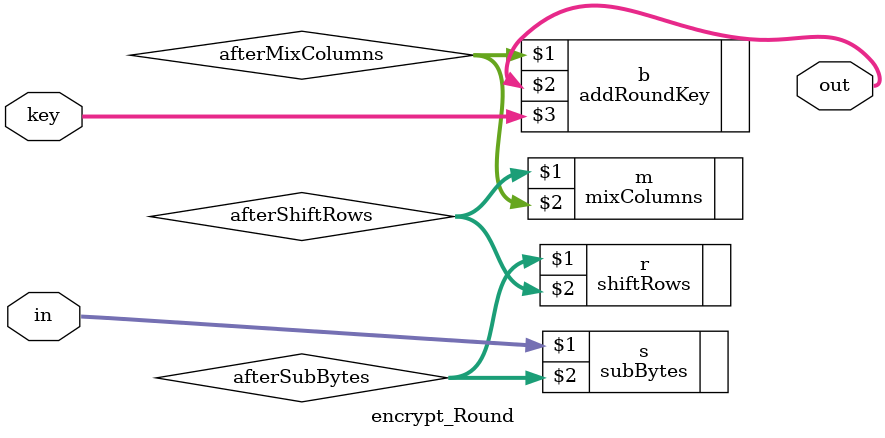
<source format=v>
module encrypt_Round(in,key,out);
input [127:0] in;
output [127:0] out;
input [127:0] key;
wire [127:0] afterSubBytes;
wire [127:0] afterShiftRows;
wire [127:0] afterMixColumns;
wire [127:0] afterAddroundKey;

subBytes s(in,afterSubBytes);
shiftRows r(afterSubBytes,afterShiftRows);
mixColumns m(afterShiftRows,afterMixColumns);
addRoundKey b(afterMixColumns,out,key);
		
endmodule 
</source>
